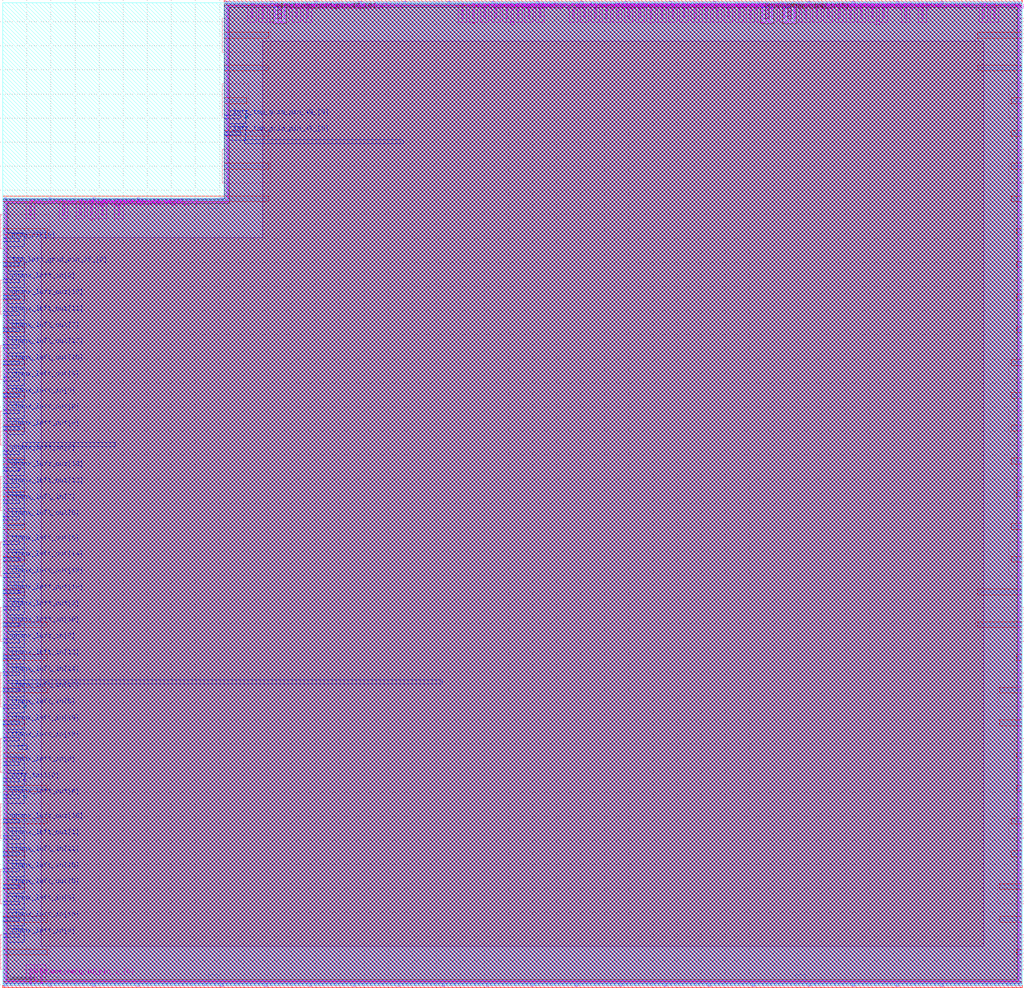
<source format=lef>
VERSION 5.7 ;
BUSBITCHARS "[]" ;

UNITS
  DATABASE MICRONS 1000 ;
END UNITS

MANUFACTURINGGRID 0.005 ;

LAYER nwell
  TYPE MASTERSLICE ;
END nwell

LAYER pwell
  TYPE MASTERSLICE ;
END pwell

LAYER fieldpoly
  TYPE MASTERSLICE ;
END fieldpoly

LAYER li1
  TYPE ROUTING ;
  DIRECTION VERTICAL ;
  PITCH 0.46 ;
  WIDTH 0.17 ;
END li1

LAYER mcon
  TYPE CUT ;
END mcon

LAYER met1
  TYPE ROUTING ;
  DIRECTION HORIZONTAL ;
  PITCH 0.34 ;
  WIDTH 0.14 ;
END met1

LAYER via
  TYPE CUT ;
END via

LAYER met2
  TYPE ROUTING ;
  DIRECTION VERTICAL ;
  PITCH 0.46 ;
  WIDTH 0.14 ;
END met2

LAYER via2
  TYPE CUT ;
END via2

LAYER met3
  TYPE ROUTING ;
  DIRECTION HORIZONTAL ;
  PITCH 0.68 ;
  WIDTH 0.3 ;
END met3

LAYER via3
  TYPE CUT ;
END via3

LAYER met4
  TYPE ROUTING ;
  DIRECTION VERTICAL ;
  PITCH 0.92 ;
  WIDTH 0.3 ;
END met4

LAYER via4
  TYPE CUT ;
END via4

LAYER met5
  TYPE ROUTING ;
  DIRECTION HORIZONTAL ;
  PITCH 3.4 ;
  WIDTH 1.6 ;
END met5

LAYER diff
  TYPE MASTERSLICE ;
END diff

LAYER licon1
  TYPE MASTERSLICE ;
END licon1

LAYER OVERLAP
  TYPE OVERLAP ;
END OVERLAP

VIA L1M1_PR
  LAYER li1 ;
    RECT -0.085 -0.085 0.085 0.085 ;
  LAYER mcon ;
    RECT -0.085 -0.085 0.085 0.085 ;
  LAYER met1 ;
    RECT -0.145 -0.115 0.145 0.115 ;
END L1M1_PR

VIA L1M1_PR_R
  LAYER li1 ;
    RECT -0.085 -0.085 0.085 0.085 ;
  LAYER mcon ;
    RECT -0.085 -0.085 0.085 0.085 ;
  LAYER met1 ;
    RECT -0.115 -0.145 0.115 0.145 ;
END L1M1_PR_R

VIA L1M1_PR_M
  LAYER li1 ;
    RECT -0.085 -0.085 0.085 0.085 ;
  LAYER mcon ;
    RECT -0.085 -0.085 0.085 0.085 ;
  LAYER met1 ;
    RECT -0.115 -0.145 0.115 0.145 ;
END L1M1_PR_M

VIA L1M1_PR_MR
  LAYER li1 ;
    RECT -0.085 -0.085 0.085 0.085 ;
  LAYER mcon ;
    RECT -0.085 -0.085 0.085 0.085 ;
  LAYER met1 ;
    RECT -0.145 -0.115 0.145 0.115 ;
END L1M1_PR_MR

VIA L1M1_PR_C
  LAYER li1 ;
    RECT -0.085 -0.085 0.085 0.085 ;
  LAYER mcon ;
    RECT -0.085 -0.085 0.085 0.085 ;
  LAYER met1 ;
    RECT -0.145 -0.145 0.145 0.145 ;
END L1M1_PR_C

VIA M1M2_PR
  LAYER met1 ;
    RECT -0.16 -0.13 0.16 0.13 ;
  LAYER via ;
    RECT -0.075 -0.075 0.075 0.075 ;
  LAYER met2 ;
    RECT -0.13 -0.16 0.13 0.16 ;
END M1M2_PR

VIA M1M2_PR_Enc
  LAYER met1 ;
    RECT -0.16 -0.13 0.16 0.13 ;
  LAYER via ;
    RECT -0.075 -0.075 0.075 0.075 ;
  LAYER met2 ;
    RECT -0.16 -0.13 0.16 0.13 ;
END M1M2_PR_Enc

VIA M1M2_PR_R
  LAYER met1 ;
    RECT -0.13 -0.16 0.13 0.16 ;
  LAYER via ;
    RECT -0.075 -0.075 0.075 0.075 ;
  LAYER met2 ;
    RECT -0.16 -0.13 0.16 0.13 ;
END M1M2_PR_R

VIA M1M2_PR_R_Enc
  LAYER met1 ;
    RECT -0.13 -0.16 0.13 0.16 ;
  LAYER via ;
    RECT -0.075 -0.075 0.075 0.075 ;
  LAYER met2 ;
    RECT -0.13 -0.16 0.13 0.16 ;
END M1M2_PR_R_Enc

VIA M1M2_PR_M
  LAYER met1 ;
    RECT -0.16 -0.13 0.16 0.13 ;
  LAYER via ;
    RECT -0.075 -0.075 0.075 0.075 ;
  LAYER met2 ;
    RECT -0.16 -0.13 0.16 0.13 ;
END M1M2_PR_M

VIA M1M2_PR_M_Enc
  LAYER met1 ;
    RECT -0.16 -0.13 0.16 0.13 ;
  LAYER via ;
    RECT -0.075 -0.075 0.075 0.075 ;
  LAYER met2 ;
    RECT -0.13 -0.16 0.13 0.16 ;
END M1M2_PR_M_Enc

VIA M1M2_PR_MR
  LAYER met1 ;
    RECT -0.13 -0.16 0.13 0.16 ;
  LAYER via ;
    RECT -0.075 -0.075 0.075 0.075 ;
  LAYER met2 ;
    RECT -0.13 -0.16 0.13 0.16 ;
END M1M2_PR_MR

VIA M1M2_PR_MR_Enc
  LAYER met1 ;
    RECT -0.13 -0.16 0.13 0.16 ;
  LAYER via ;
    RECT -0.075 -0.075 0.075 0.075 ;
  LAYER met2 ;
    RECT -0.16 -0.13 0.16 0.13 ;
END M1M2_PR_MR_Enc

VIA M1M2_PR_C
  LAYER met1 ;
    RECT -0.16 -0.16 0.16 0.16 ;
  LAYER via ;
    RECT -0.075 -0.075 0.075 0.075 ;
  LAYER met2 ;
    RECT -0.16 -0.16 0.16 0.16 ;
END M1M2_PR_C

VIA M2M3_PR
  LAYER met2 ;
    RECT -0.14 -0.185 0.14 0.185 ;
  LAYER via2 ;
    RECT -0.1 -0.1 0.1 0.1 ;
  LAYER met3 ;
    RECT -0.165 -0.165 0.165 0.165 ;
END M2M3_PR

VIA M2M3_PR_R
  LAYER met2 ;
    RECT -0.185 -0.14 0.185 0.14 ;
  LAYER via2 ;
    RECT -0.1 -0.1 0.1 0.1 ;
  LAYER met3 ;
    RECT -0.165 -0.165 0.165 0.165 ;
END M2M3_PR_R

VIA M2M3_PR_M
  LAYER met2 ;
    RECT -0.14 -0.185 0.14 0.185 ;
  LAYER via2 ;
    RECT -0.1 -0.1 0.1 0.1 ;
  LAYER met3 ;
    RECT -0.165 -0.165 0.165 0.165 ;
END M2M3_PR_M

VIA M2M3_PR_MR
  LAYER met2 ;
    RECT -0.185 -0.14 0.185 0.14 ;
  LAYER via2 ;
    RECT -0.1 -0.1 0.1 0.1 ;
  LAYER met3 ;
    RECT -0.165 -0.165 0.165 0.165 ;
END M2M3_PR_MR

VIA M2M3_PR_C
  LAYER met2 ;
    RECT -0.185 -0.185 0.185 0.185 ;
  LAYER via2 ;
    RECT -0.1 -0.1 0.1 0.1 ;
  LAYER met3 ;
    RECT -0.165 -0.165 0.165 0.165 ;
END M2M3_PR_C

VIA M3M4_PR
  LAYER met3 ;
    RECT -0.19 -0.16 0.19 0.16 ;
  LAYER via3 ;
    RECT -0.1 -0.1 0.1 0.1 ;
  LAYER met4 ;
    RECT -0.165 -0.165 0.165 0.165 ;
END M3M4_PR

VIA M3M4_PR_R
  LAYER met3 ;
    RECT -0.16 -0.19 0.16 0.19 ;
  LAYER via3 ;
    RECT -0.1 -0.1 0.1 0.1 ;
  LAYER met4 ;
    RECT -0.165 -0.165 0.165 0.165 ;
END M3M4_PR_R

VIA M3M4_PR_M
  LAYER met3 ;
    RECT -0.19 -0.16 0.19 0.16 ;
  LAYER via3 ;
    RECT -0.1 -0.1 0.1 0.1 ;
  LAYER met4 ;
    RECT -0.165 -0.165 0.165 0.165 ;
END M3M4_PR_M

VIA M3M4_PR_MR
  LAYER met3 ;
    RECT -0.16 -0.19 0.16 0.19 ;
  LAYER via3 ;
    RECT -0.1 -0.1 0.1 0.1 ;
  LAYER met4 ;
    RECT -0.165 -0.165 0.165 0.165 ;
END M3M4_PR_MR

VIA M3M4_PR_C
  LAYER met3 ;
    RECT -0.19 -0.19 0.19 0.19 ;
  LAYER via3 ;
    RECT -0.1 -0.1 0.1 0.1 ;
  LAYER met4 ;
    RECT -0.165 -0.165 0.165 0.165 ;
END M3M4_PR_C

VIA M4M5_PR
  LAYER met4 ;
    RECT -0.59 -0.59 0.59 0.59 ;
  LAYER via4 ;
    RECT -0.4 -0.4 0.4 0.4 ;
  LAYER met5 ;
    RECT -0.71 -0.71 0.71 0.71 ;
END M4M5_PR

VIA M4M5_PR_R
  LAYER met4 ;
    RECT -0.59 -0.59 0.59 0.59 ;
  LAYER via4 ;
    RECT -0.4 -0.4 0.4 0.4 ;
  LAYER met5 ;
    RECT -0.71 -0.71 0.71 0.71 ;
END M4M5_PR_R

VIA M4M5_PR_M
  LAYER met4 ;
    RECT -0.59 -0.59 0.59 0.59 ;
  LAYER via4 ;
    RECT -0.4 -0.4 0.4 0.4 ;
  LAYER met5 ;
    RECT -0.71 -0.71 0.71 0.71 ;
END M4M5_PR_M

VIA M4M5_PR_MR
  LAYER met4 ;
    RECT -0.59 -0.59 0.59 0.59 ;
  LAYER via4 ;
    RECT -0.4 -0.4 0.4 0.4 ;
  LAYER met5 ;
    RECT -0.71 -0.71 0.71 0.71 ;
END M4M5_PR_MR

VIA M4M5_PR_C
  LAYER met4 ;
    RECT -0.59 -0.59 0.59 0.59 ;
  LAYER via4 ;
    RECT -0.4 -0.4 0.4 0.4 ;
  LAYER met5 ;
    RECT -0.71 -0.71 0.71 0.71 ;
END M4M5_PR_C

SITE unit
  CLASS CORE ;
  SYMMETRY Y ;
  SIZE 0.46 BY 2.72 ;
END unit

SITE unithddbl
  CLASS CORE ;
  SIZE 0.46 BY 5.44 ;
END unithddbl

MACRO sb_2__0_
  CLASS BLOCK ;
  ORIGIN 0 0 ;
  SIZE 84.64 BY 81.6 ;
  SYMMETRY X Y ;
  PIN prog_clk[0]
    DIRECTION INPUT ;
    USE CLOCK ;
    PORT
      LAYER met3 ;
        RECT 0 61.73 1.38 62.03 ;
    END
  END prog_clk[0]
  PIN chany_top_in[0]
    DIRECTION INPUT ;
    USE SIGNAL ;
    PORT
      LAYER met2 ;
        RECT 51.91 80.24 52.05 81.6 ;
    END
  END chany_top_in[0]
  PIN chany_top_in[1]
    DIRECTION INPUT ;
    USE SIGNAL ;
    PORT
      LAYER met2 ;
        RECT 42.71 80.24 42.85 81.6 ;
    END
  END chany_top_in[1]
  PIN chany_top_in[2]
    DIRECTION INPUT ;
    USE SIGNAL ;
    PORT
      LAYER met2 ;
        RECT 60.19 80.24 60.33 81.6 ;
    END
  END chany_top_in[2]
  PIN chany_top_in[3]
    DIRECTION INPUT ;
    USE SIGNAL ;
    PORT
      LAYER met2 ;
        RECT 47.31 80.24 47.45 81.6 ;
    END
  END chany_top_in[3]
  PIN chany_top_in[4]
    DIRECTION INPUT ;
    USE SIGNAL ;
    PORT
      LAYER met4 ;
        RECT 63.33 80.24 63.63 81.6 ;
    END
  END chany_top_in[4]
  PIN chany_top_in[5]
    DIRECTION INPUT ;
    USE SIGNAL ;
    PORT
      LAYER met4 ;
        RECT 65.17 80.24 65.47 81.6 ;
    END
  END chany_top_in[5]
  PIN chany_top_in[6]
    DIRECTION INPUT ;
    USE SIGNAL ;
    PORT
      LAYER met2 ;
        RECT 63.87 80.24 64.01 81.6 ;
    END
  END chany_top_in[6]
  PIN chany_top_in[7]
    DIRECTION INPUT ;
    USE SIGNAL ;
    PORT
      LAYER met2 ;
        RECT 72.15 80.24 72.29 81.6 ;
    END
  END chany_top_in[7]
  PIN chany_top_in[8]
    DIRECTION INPUT ;
    USE SIGNAL ;
    PORT
      LAYER met2 ;
        RECT 50.99 80.24 51.13 81.6 ;
    END
  END chany_top_in[8]
  PIN chany_top_in[9]
    DIRECTION INPUT ;
    USE SIGNAL ;
    PORT
      LAYER met2 ;
        RECT 50.07 80.24 50.21 81.6 ;
    END
  END chany_top_in[9]
  PIN chany_top_in[10]
    DIRECTION INPUT ;
    USE SIGNAL ;
    PORT
      LAYER met2 ;
        RECT 64.79 80.24 64.93 81.6 ;
    END
  END chany_top_in[10]
  PIN chany_top_in[11]
    DIRECTION INPUT ;
    USE SIGNAL ;
    PORT
      LAYER met2 ;
        RECT 67.55 80.24 67.69 81.6 ;
    END
  END chany_top_in[11]
  PIN chany_top_in[12]
    DIRECTION INPUT ;
    USE SIGNAL ;
    PORT
      LAYER met2 ;
        RECT 70.31 80.24 70.45 81.6 ;
    END
  END chany_top_in[12]
  PIN chany_top_in[13]
    DIRECTION INPUT ;
    USE SIGNAL ;
    PORT
      LAYER met2 ;
        RECT 61.11 80.24 61.25 81.6 ;
    END
  END chany_top_in[13]
  PIN chany_top_in[14]
    DIRECTION INPUT ;
    USE SIGNAL ;
    PORT
      LAYER met2 ;
        RECT 68.47 80.24 68.61 81.6 ;
    END
  END chany_top_in[14]
  PIN chany_top_in[15]
    DIRECTION INPUT ;
    USE SIGNAL ;
    PORT
      LAYER met2 ;
        RECT 73.07 80.24 73.21 81.6 ;
    END
  END chany_top_in[15]
  PIN chany_top_in[16]
    DIRECTION INPUT ;
    USE SIGNAL ;
    PORT
      LAYER met2 ;
        RECT 58.35 80.24 58.49 81.6 ;
    END
  END chany_top_in[16]
  PIN chany_top_in[17]
    DIRECTION INPUT ;
    USE SIGNAL ;
    PORT
      LAYER met2 ;
        RECT 65.71 80.24 65.85 81.6 ;
    END
  END chany_top_in[17]
  PIN chany_top_in[18]
    DIRECTION INPUT ;
    USE SIGNAL ;
    PORT
      LAYER met2 ;
        RECT 57.43 80.24 57.57 81.6 ;
    END
  END chany_top_in[18]
  PIN chany_top_in[19]
    DIRECTION INPUT ;
    USE SIGNAL ;
    PORT
      LAYER met2 ;
        RECT 62.03 80.24 62.17 81.6 ;
    END
  END chany_top_in[19]
  PIN top_left_grid_pin_34_[0]
    DIRECTION INPUT ;
    USE SIGNAL ;
    PORT
      LAYER met2 ;
        RECT 7.29 63.92 7.43 65.28 ;
    END
  END top_left_grid_pin_34_[0]
  PIN top_left_grid_pin_35_[0]
    DIRECTION INPUT ;
    USE SIGNAL ;
    PORT
      LAYER met3 ;
        RECT 0 59.69 1.38 59.99 ;
    END
  END top_left_grid_pin_35_[0]
  PIN top_left_grid_pin_36_[0]
    DIRECTION INPUT ;
    USE SIGNAL ;
    PORT
      LAYER met2 ;
        RECT 2.23 63.92 2.37 65.28 ;
    END
  END top_left_grid_pin_36_[0]
  PIN top_left_grid_pin_37_[0]
    DIRECTION INPUT ;
    USE SIGNAL ;
    PORT
      LAYER met2 ;
        RECT 4.99 63.92 5.13 65.28 ;
    END
  END top_left_grid_pin_37_[0]
  PIN top_left_grid_pin_38_[0]
    DIRECTION INPUT ;
    USE SIGNAL ;
    PORT
      LAYER met2 ;
        RECT 8.21 63.92 8.35 65.28 ;
    END
  END top_left_grid_pin_38_[0]
  PIN top_left_grid_pin_39_[0]
    DIRECTION INPUT ;
    USE SIGNAL ;
    PORT
      LAYER met2 ;
        RECT 20.63 80.24 20.77 81.6 ;
    END
  END top_left_grid_pin_39_[0]
  PIN top_left_grid_pin_40_[0]
    DIRECTION INPUT ;
    USE SIGNAL ;
    PORT
      LAYER met2 ;
        RECT 24.31 80.24 24.45 81.6 ;
    END
  END top_left_grid_pin_40_[0]
  PIN top_left_grid_pin_41_[0]
    DIRECTION INPUT ;
    USE SIGNAL ;
    PORT
      LAYER met2 ;
        RECT 6.37 63.92 6.51 65.28 ;
    END
  END top_left_grid_pin_41_[0]
  PIN top_right_grid_pin_1_[0]
    DIRECTION INPUT ;
    USE SIGNAL ;
    PORT
      LAYER met2 ;
        RECT 81.35 80.24 81.49 81.6 ;
    END
  END top_right_grid_pin_1_[0]
  PIN chanx_left_in[0]
    DIRECTION INPUT ;
    USE SIGNAL ;
    PORT
      LAYER met3 ;
        RECT 0 48.81 1.38 49.11 ;
    END
  END chanx_left_in[0]
  PIN chanx_left_in[1]
    DIRECTION INPUT ;
    USE SIGNAL ;
    PORT
      LAYER met2 ;
        RECT 3.15 0 3.29 1.36 ;
    END
  END chanx_left_in[1]
  PIN chanx_left_in[2]
    DIRECTION INPUT ;
    USE SIGNAL ;
    PORT
      LAYER met3 ;
        RECT 0 58.33 1.38 58.63 ;
    END
  END chanx_left_in[2]
  PIN chanx_left_in[3]
    DIRECTION INPUT ;
    USE SIGNAL ;
    PORT
      LAYER met3 ;
        RECT 0 6.65 1.38 6.95 ;
    END
  END chanx_left_in[3]
  PIN chanx_left_in[4]
    DIRECTION INPUT ;
    USE SIGNAL ;
    PORT
      LAYER met3 ;
        RECT 0 3.93 1.38 4.23 ;
    END
  END chanx_left_in[4]
  PIN chanx_left_in[5]
    DIRECTION INPUT ;
    USE SIGNAL ;
    PORT
      LAYER met3 ;
        RECT 0 44.05 1.38 44.35 ;
    END
  END chanx_left_in[5]
  PIN chanx_left_in[6]
    DIRECTION INPUT ;
    USE SIGNAL ;
    PORT
      LAYER met3 ;
        RECT 0 18.21 1.38 18.51 ;
    END
  END chanx_left_in[6]
  PIN chanx_left_in[7]
    DIRECTION INPUT ;
    USE SIGNAL ;
    PORT
      LAYER met3 ;
        RECT 0 39.97 1.38 40.27 ;
    END
  END chanx_left_in[7]
  PIN chanx_left_in[8]
    DIRECTION INPUT ;
    USE SIGNAL ;
    PORT
      LAYER met3 ;
        RECT 0 22.97 1.38 23.27 ;
    END
  END chanx_left_in[8]
  PIN chanx_left_in[9]
    DIRECTION INPUT ;
    USE SIGNAL ;
    PORT
      LAYER met3 ;
        RECT 0 28.41 1.38 28.71 ;
    END
  END chanx_left_in[9]
  PIN chanx_left_in[10]
    DIRECTION INPUT ;
    USE SIGNAL ;
    PORT
      LAYER met2 ;
        RECT 9.59 63.92 9.73 65.28 ;
    END
  END chanx_left_in[10]
  PIN chanx_left_in[11]
    DIRECTION INPUT ;
    USE SIGNAL ;
    PORT
      LAYER met3 ;
        RECT 0 10.73 1.38 11.03 ;
    END
  END chanx_left_in[11]
  PIN chanx_left_in[12]
    DIRECTION INPUT ;
    USE SIGNAL ;
    PORT
      LAYER met3 ;
        RECT 0 27.05 1.38 27.35 ;
    END
  END chanx_left_in[12]
  PIN chanx_left_in[13]
    DIRECTION INPUT ;
    USE SIGNAL ;
    PORT
      LAYER met3 ;
        RECT 0 20.25 1.38 20.55 ;
    END
  END chanx_left_in[13]
  PIN chanx_left_in[14]
    DIRECTION INPUT ;
    USE SIGNAL ;
    PORT
      LAYER met3 ;
        RECT 0 25.69 1.38 25.99 ;
    END
  END chanx_left_in[14]
  PIN chanx_left_in[15]
    DIRECTION INPUT ;
    USE SIGNAL ;
    PORT
      LAYER met3 ;
        RECT 0 9.37 1.38 9.67 ;
    END
  END chanx_left_in[15]
  PIN chanx_left_in[16]
    DIRECTION INPUT ;
    USE SIGNAL ;
    PORT
      LAYER met3 ;
        RECT 0 5.29 1.38 5.59 ;
    END
  END chanx_left_in[16]
  PIN chanx_left_in[17]
    DIRECTION INPUT ;
    USE SIGNAL ;
    PORT
      LAYER met3 ;
        RECT 0 24.33 1.38 24.63 ;
    END
  END chanx_left_in[17]
  PIN chanx_left_in[18]
    DIRECTION INPUT ;
    USE SIGNAL ;
    PORT
      LAYER met3 ;
        RECT 0 29.77 1.38 30.07 ;
    END
  END chanx_left_in[18]
  PIN chanx_left_in[19]
    DIRECTION INPUT ;
    USE SIGNAL ;
    PORT
      LAYER met3 ;
        RECT 0 21.61 1.38 21.91 ;
    END
  END chanx_left_in[19]
  PIN left_top_grid_pin_42_[0]
    DIRECTION INPUT ;
    USE SIGNAL ;
    PORT
      LAYER met2 ;
        RECT 25.23 80.24 25.37 81.6 ;
    END
  END left_top_grid_pin_42_[0]
  PIN left_top_grid_pin_43_[0]
    DIRECTION INPUT ;
    USE SIGNAL ;
    PORT
      LAYER met2 ;
        RECT 44.55 80.24 44.69 81.6 ;
    END
  END left_top_grid_pin_43_[0]
  PIN left_top_grid_pin_44_[0]
    DIRECTION INPUT ;
    USE SIGNAL ;
    PORT
      LAYER met2 ;
        RECT 23.39 80.24 23.53 81.6 ;
    END
  END left_top_grid_pin_44_[0]
  PIN left_top_grid_pin_45_[0]
    DIRECTION INPUT ;
    USE SIGNAL ;
    PORT
      LAYER met4 ;
        RECT 22.85 80.24 23.15 81.6 ;
    END
  END left_top_grid_pin_45_[0]
  PIN left_top_grid_pin_46_[0]
    DIRECTION INPUT ;
    USE SIGNAL ;
    PORT
      LAYER met2 ;
        RECT 22.47 80.24 22.61 81.6 ;
    END
  END left_top_grid_pin_46_[0]
  PIN left_top_grid_pin_47_[0]
    DIRECTION INPUT ;
    USE SIGNAL ;
    PORT
      LAYER met3 ;
        RECT 18.4 70.57 19.78 70.87 ;
    END
  END left_top_grid_pin_47_[0]
  PIN left_top_grid_pin_48_[0]
    DIRECTION INPUT ;
    USE SIGNAL ;
    PORT
      LAYER met2 ;
        RECT 21.55 80.24 21.69 81.6 ;
    END
  END left_top_grid_pin_48_[0]
  PIN left_top_grid_pin_49_[0]
    DIRECTION INPUT ;
    USE SIGNAL ;
    PORT
      LAYER met3 ;
        RECT 18.4 71.93 19.78 72.23 ;
    END
  END left_top_grid_pin_49_[0]
  PIN left_bottom_grid_pin_1_[0]
    DIRECTION INPUT ;
    USE SIGNAL ;
    PORT
      LAYER met2 ;
        RECT 2.23 0 2.37 1.36 ;
    END
  END left_bottom_grid_pin_1_[0]
  PIN ccff_head[0]
    DIRECTION INPUT ;
    USE SIGNAL ;
    PORT
      LAYER met2 ;
        RECT 82.27 80.24 82.41 81.6 ;
    END
  END ccff_head[0]
  PIN chany_top_out[0]
    DIRECTION OUTPUT ;
    USE SIGNAL ;
    PORT
      LAYER met2 ;
        RECT 39.95 80.24 40.09 81.6 ;
    END
  END chany_top_out[0]
  PIN chany_top_out[1]
    DIRECTION OUTPUT ;
    USE SIGNAL ;
    PORT
      LAYER met2 ;
        RECT 39.03 80.24 39.17 81.6 ;
    END
  END chany_top_out[1]
  PIN chany_top_out[2]
    DIRECTION OUTPUT ;
    USE SIGNAL ;
    PORT
      LAYER met2 ;
        RECT 41.79 80.24 41.93 81.6 ;
    END
  END chany_top_out[2]
  PIN chany_top_out[3]
    DIRECTION OUTPUT ;
    USE SIGNAL ;
    PORT
      LAYER met2 ;
        RECT 49.15 80.24 49.29 81.6 ;
    END
  END chany_top_out[3]
  PIN chany_top_out[4]
    DIRECTION OUTPUT ;
    USE SIGNAL ;
    PORT
      LAYER met2 ;
        RECT 62.95 80.24 63.09 81.6 ;
    END
  END chany_top_out[4]
  PIN chany_top_out[5]
    DIRECTION OUTPUT ;
    USE SIGNAL ;
    PORT
      LAYER met2 ;
        RECT 69.39 80.24 69.53 81.6 ;
    END
  END chany_top_out[5]
  PIN chany_top_out[6]
    DIRECTION OUTPUT ;
    USE SIGNAL ;
    PORT
      LAYER met2 ;
        RECT 71.23 80.24 71.37 81.6 ;
    END
  END chany_top_out[6]
  PIN chany_top_out[7]
    DIRECTION OUTPUT ;
    USE SIGNAL ;
    PORT
      LAYER met2 ;
        RECT 48.23 80.24 48.37 81.6 ;
    END
  END chany_top_out[7]
  PIN chany_top_out[8]
    DIRECTION OUTPUT ;
    USE SIGNAL ;
    PORT
      LAYER met2 ;
        RECT 40.87 80.24 41.01 81.6 ;
    END
  END chany_top_out[8]
  PIN chany_top_out[9]
    DIRECTION OUTPUT ;
    USE SIGNAL ;
    PORT
      LAYER met2 ;
        RECT 56.51 80.24 56.65 81.6 ;
    END
  END chany_top_out[9]
  PIN chany_top_out[10]
    DIRECTION OUTPUT ;
    USE SIGNAL ;
    PORT
      LAYER met2 ;
        RECT 52.83 80.24 52.97 81.6 ;
    END
  END chany_top_out[10]
  PIN chany_top_out[11]
    DIRECTION OUTPUT ;
    USE SIGNAL ;
    PORT
      LAYER met2 ;
        RECT 54.67 80.24 54.81 81.6 ;
    END
  END chany_top_out[11]
  PIN chany_top_out[12]
    DIRECTION OUTPUT ;
    USE SIGNAL ;
    PORT
      LAYER met2 ;
        RECT 59.27 80.24 59.41 81.6 ;
    END
  END chany_top_out[12]
  PIN chany_top_out[13]
    DIRECTION OUTPUT ;
    USE SIGNAL ;
    PORT
      LAYER met2 ;
        RECT 74.91 80.24 75.05 81.6 ;
    END
  END chany_top_out[13]
  PIN chany_top_out[14]
    DIRECTION OUTPUT ;
    USE SIGNAL ;
    PORT
      LAYER met2 ;
        RECT 55.59 80.24 55.73 81.6 ;
    END
  END chany_top_out[14]
  PIN chany_top_out[15]
    DIRECTION OUTPUT ;
    USE SIGNAL ;
    PORT
      LAYER met2 ;
        RECT 38.11 80.24 38.25 81.6 ;
    END
  END chany_top_out[15]
  PIN chany_top_out[16]
    DIRECTION OUTPUT ;
    USE SIGNAL ;
    PORT
      LAYER met2 ;
        RECT 66.63 80.24 66.77 81.6 ;
    END
  END chany_top_out[16]
  PIN chany_top_out[17]
    DIRECTION OUTPUT ;
    USE SIGNAL ;
    PORT
      LAYER met2 ;
        RECT 76.29 80.24 76.43 81.6 ;
    END
  END chany_top_out[17]
  PIN chany_top_out[18]
    DIRECTION OUTPUT ;
    USE SIGNAL ;
    PORT
      LAYER met2 ;
        RECT 53.75 80.24 53.89 81.6 ;
    END
  END chany_top_out[18]
  PIN chany_top_out[19]
    DIRECTION OUTPUT ;
    USE SIGNAL ;
    PORT
      LAYER met2 ;
        RECT 43.63 80.24 43.77 81.6 ;
    END
  END chany_top_out[19]
  PIN chanx_left_out[0]
    DIRECTION OUTPUT ;
    USE SIGNAL ;
    PORT
      LAYER met3 ;
        RECT 0 46.09 1.38 46.39 ;
    END
  END chanx_left_out[0]
  PIN chanx_left_out[1]
    DIRECTION OUTPUT ;
    USE SIGNAL ;
    PORT
      LAYER met3 ;
        RECT 0 12.09 1.38 12.39 ;
    END
  END chanx_left_out[1]
  PIN chanx_left_out[2]
    DIRECTION OUTPUT ;
    USE SIGNAL ;
    PORT
      LAYER met3 ;
        RECT 0 47.45 1.38 47.75 ;
    END
  END chanx_left_out[2]
  PIN chanx_left_out[3]
    DIRECTION OUTPUT ;
    USE SIGNAL ;
    PORT
      LAYER met3 ;
        RECT 0 50.17 1.38 50.47 ;
    END
  END chanx_left_out[3]
  PIN chanx_left_out[4]
    DIRECTION OUTPUT ;
    USE SIGNAL ;
    PORT
      LAYER met3 ;
        RECT 0 15.49 1.38 15.79 ;
    END
  END chanx_left_out[4]
  PIN chanx_left_out[5]
    DIRECTION OUTPUT ;
    USE SIGNAL ;
    PORT
      LAYER met3 ;
        RECT 0 8.01 1.38 8.31 ;
    END
  END chanx_left_out[5]
  PIN chanx_left_out[6]
    DIRECTION OUTPUT ;
    USE SIGNAL ;
    PORT
      LAYER met3 ;
        RECT 0 36.57 1.38 36.87 ;
    END
  END chanx_left_out[6]
  PIN chanx_left_out[7]
    DIRECTION OUTPUT ;
    USE SIGNAL ;
    PORT
      LAYER met3 ;
        RECT 0 54.25 1.38 54.55 ;
    END
  END chanx_left_out[7]
  PIN chanx_left_out[8]
    DIRECTION OUTPUT ;
    USE SIGNAL ;
    PORT
      LAYER met3 ;
        RECT 0 38.61 1.38 38.91 ;
    END
  END chanx_left_out[8]
  PIN chanx_left_out[9]
    DIRECTION OUTPUT ;
    USE SIGNAL ;
    PORT
      LAYER met3 ;
        RECT 0 31.13 1.38 31.43 ;
    END
  END chanx_left_out[9]
  PIN chanx_left_out[10]
    DIRECTION OUTPUT ;
    USE SIGNAL ;
    PORT
      LAYER met3 ;
        RECT 0 32.49 1.38 32.79 ;
    END
  END chanx_left_out[10]
  PIN chanx_left_out[11]
    DIRECTION OUTPUT ;
    USE SIGNAL ;
    PORT
      LAYER met3 ;
        RECT 0 55.61 1.38 55.91 ;
    END
  END chanx_left_out[11]
  PIN chanx_left_out[12]
    DIRECTION OUTPUT ;
    USE SIGNAL ;
    PORT
      LAYER met3 ;
        RECT 0 41.33 1.38 41.63 ;
    END
  END chanx_left_out[12]
  PIN chanx_left_out[13]
    DIRECTION OUTPUT ;
    USE SIGNAL ;
    PORT
      LAYER met3 ;
        RECT 0 33.85 1.38 34.15 ;
    END
  END chanx_left_out[13]
  PIN chanx_left_out[14]
    DIRECTION OUTPUT ;
    USE SIGNAL ;
    PORT
      LAYER met3 ;
        RECT 0 35.21 1.38 35.51 ;
    END
  END chanx_left_out[14]
  PIN chanx_left_out[15]
    DIRECTION OUTPUT ;
    USE SIGNAL ;
    PORT
      LAYER met3 ;
        RECT 0 51.53 1.38 51.83 ;
    END
  END chanx_left_out[15]
  PIN chanx_left_out[16]
    DIRECTION OUTPUT ;
    USE SIGNAL ;
    PORT
      LAYER met3 ;
        RECT 0 13.45 1.38 13.75 ;
    END
  END chanx_left_out[16]
  PIN chanx_left_out[17]
    DIRECTION OUTPUT ;
    USE SIGNAL ;
    PORT
      LAYER met3 ;
        RECT 0 52.89 1.38 53.19 ;
    END
  END chanx_left_out[17]
  PIN chanx_left_out[18]
    DIRECTION OUTPUT ;
    USE SIGNAL ;
    PORT
      LAYER met3 ;
        RECT 0 42.69 1.38 42.99 ;
    END
  END chanx_left_out[18]
  PIN chanx_left_out[19]
    DIRECTION OUTPUT ;
    USE SIGNAL ;
    PORT
      LAYER met3 ;
        RECT 0 56.97 1.38 57.27 ;
    END
  END chanx_left_out[19]
  PIN ccff_tail[0]
    DIRECTION OUTPUT ;
    USE SIGNAL ;
    PORT
      LAYER met3 ;
        RECT 0 16.85 1.38 17.15 ;
    END
  END ccff_tail[0]
  PIN VDD
    DIRECTION INPUT ;
    USE POWER ;
  END VDD
  PIN VSS
    DIRECTION INPUT ;
    USE GROUND ;
  END VSS
  OBS
    LAYER li1 ;
      RECT 18.4 81.515 84.64 81.685 ;
      RECT 80.96 78.795 84.64 78.965 ;
      RECT 18.4 78.795 22.08 78.965 ;
      RECT 80.96 76.075 84.64 76.245 ;
      RECT 18.4 76.075 22.08 76.245 ;
      RECT 83.72 73.355 84.64 73.525 ;
      RECT 18.4 73.355 20.24 73.525 ;
      RECT 83.72 70.635 84.64 70.805 ;
      RECT 18.4 70.635 22.08 70.805 ;
      RECT 83.72 67.915 84.64 68.085 ;
      RECT 18.4 67.915 22.08 68.085 ;
      RECT 83.72 65.195 84.64 65.365 ;
      RECT 0 65.195 22.08 65.365 ;
      RECT 84.18 62.475 84.64 62.645 ;
      RECT 0 62.475 3.68 62.645 ;
      RECT 84.18 59.755 84.64 59.925 ;
      RECT 0 59.755 1.84 59.925 ;
      RECT 84.18 57.035 84.64 57.205 ;
      RECT 0 57.035 1.84 57.205 ;
      RECT 84.18 54.315 84.64 54.485 ;
      RECT 0 54.315 1.84 54.485 ;
      RECT 83.72 51.595 84.64 51.765 ;
      RECT 0 51.595 1.84 51.765 ;
      RECT 83.72 48.875 84.64 49.045 ;
      RECT 0 48.875 1.84 49.045 ;
      RECT 83.72 46.155 84.64 46.325 ;
      RECT 0 46.155 1.84 46.325 ;
      RECT 83.72 43.435 84.64 43.605 ;
      RECT 0 43.435 1.84 43.605 ;
      RECT 84.18 40.715 84.64 40.885 ;
      RECT 0 40.715 1.84 40.885 ;
      RECT 83.72 37.995 84.64 38.165 ;
      RECT 0 37.995 1.84 38.165 ;
      RECT 83.72 35.275 84.64 35.445 ;
      RECT 0 35.275 1.84 35.445 ;
      RECT 80.96 32.555 84.64 32.725 ;
      RECT 0 32.555 1.84 32.725 ;
      RECT 80.96 29.835 84.64 30.005 ;
      RECT 0 29.835 3.68 30.005 ;
      RECT 84.18 27.115 84.64 27.285 ;
      RECT 0 27.115 3.68 27.285 ;
      RECT 82.8 24.395 84.64 24.565 ;
      RECT 0 24.395 3.68 24.565 ;
      RECT 82.8 21.675 84.64 21.845 ;
      RECT 0 21.675 1.84 21.845 ;
      RECT 84.18 18.955 84.64 19.125 ;
      RECT 0 18.955 1.84 19.125 ;
      RECT 84.18 16.235 84.64 16.405 ;
      RECT 0 16.235 3.68 16.405 ;
      RECT 83.72 13.515 84.64 13.685 ;
      RECT 0 13.515 3.68 13.685 ;
      RECT 83.72 10.795 84.64 10.965 ;
      RECT 0 10.795 1.84 10.965 ;
      RECT 82.8 8.075 84.64 8.245 ;
      RECT 0 8.075 1.84 8.245 ;
      RECT 82.8 5.355 84.64 5.525 ;
      RECT 0 5.355 3.68 5.525 ;
      RECT 84.18 2.635 84.64 2.805 ;
      RECT 0 2.635 3.68 2.805 ;
      RECT 0 -0.085 84.64 0.085 ;
    LAYER met3 ;
      POLYGON 20.405 70.205 20.405 70.19 33.27 70.19 33.27 69.89 20.405 69.89 20.405 69.875 20.075 69.875 20.075 70.205 ;
      POLYGON 2.03 45.04 2.03 45.03 9.35 45.03 9.35 44.73 2.03 44.73 2.03 44.72 1.65 44.72 1.65 45.04 ;
      POLYGON 36.49 25.31 36.49 25.01 1.23 25.01 1.23 25.29 1.78 25.29 1.78 25.31 ;
      POLYGON 2.005 19.885 2.005 19.88 2.03 19.88 2.03 19.56 2.005 19.56 2.005 19.555 1.275 19.555 1.275 19.885 ;
      POLYGON 84.24 81.2 84.24 0.4 0.4 0.4 0.4 3.53 1.78 3.53 1.78 4.63 0.4 4.63 0.4 4.89 1.78 4.89 1.78 5.99 0.4 5.99 0.4 6.25 1.78 6.25 1.78 7.35 0.4 7.35 0.4 7.61 1.78 7.61 1.78 8.71 0.4 8.71 0.4 8.97 1.78 8.97 1.78 10.07 0.4 10.07 0.4 10.33 1.78 10.33 1.78 11.43 0.4 11.43 0.4 11.69 1.78 11.69 1.78 12.79 0.4 12.79 0.4 13.05 1.78 13.05 1.78 14.15 0.4 14.15 0.4 15.09 1.78 15.09 1.78 16.19 0.4 16.19 0.4 16.45 1.78 16.45 1.78 17.55 0.4 17.55 0.4 17.81 1.78 17.81 1.78 18.91 0.4 18.91 0.4 19.85 1.78 19.85 1.78 20.95 0.4 20.95 0.4 21.21 1.78 21.21 1.78 22.31 0.4 22.31 0.4 22.57 1.78 22.57 1.78 23.67 0.4 23.67 0.4 23.93 1.78 23.93 1.78 25.03 0.4 25.03 0.4 25.29 1.78 25.29 1.78 26.39 0.4 26.39 0.4 26.65 1.78 26.65 1.78 27.75 0.4 27.75 0.4 28.01 1.78 28.01 1.78 29.11 0.4 29.11 0.4 29.37 1.78 29.37 1.78 30.47 0.4 30.47 0.4 30.73 1.78 30.73 1.78 31.83 0.4 31.83 0.4 32.09 1.78 32.09 1.78 33.19 0.4 33.19 0.4 33.45 1.78 33.45 1.78 34.55 0.4 34.55 0.4 34.81 1.78 34.81 1.78 35.91 0.4 35.91 0.4 36.17 1.78 36.17 1.78 37.27 0.4 37.27 0.4 38.21 1.78 38.21 1.78 39.31 0.4 39.31 0.4 39.57 1.78 39.57 1.78 40.67 0.4 40.67 0.4 40.93 1.78 40.93 1.78 42.03 0.4 42.03 0.4 42.29 1.78 42.29 1.78 43.39 0.4 43.39 0.4 43.65 1.78 43.65 1.78 44.75 0.4 44.75 0.4 45.69 1.78 45.69 1.78 46.79 0.4 46.79 0.4 47.05 1.78 47.05 1.78 48.15 0.4 48.15 0.4 48.41 1.78 48.41 1.78 49.51 0.4 49.51 0.4 49.77 1.78 49.77 1.78 50.87 0.4 50.87 0.4 51.13 1.78 51.13 1.78 52.23 0.4 52.23 0.4 52.49 1.78 52.49 1.78 53.59 0.4 53.59 0.4 53.85 1.78 53.85 1.78 54.95 0.4 54.95 0.4 55.21 1.78 55.21 1.78 56.31 0.4 56.31 0.4 56.57 1.78 56.57 1.78 57.67 0.4 57.67 0.4 57.93 1.78 57.93 1.78 59.03 0.4 59.03 0.4 59.29 1.78 59.29 1.78 60.39 0.4 60.39 0.4 61.33 1.78 61.33 1.78 62.43 0.4 62.43 0.4 64.88 18.8 64.88 18.8 70.17 20.18 70.17 20.18 71.27 18.8 71.27 18.8 71.53 20.18 71.53 20.18 72.63 18.8 72.63 18.8 81.2 ;
    LAYER met2 ;
      RECT 72.55 79.74 72.81 80.06 ;
      RECT 42.19 79.74 42.45 80.06 ;
      POLYGON 84.36 81.32 84.36 0.28 3.57 0.28 3.57 1.64 2.87 1.64 2.87 0.28 2.65 0.28 2.65 1.64 1.95 1.64 1.95 0.28 0.28 0.28 0.28 65 1.95 65 1.95 63.64 2.65 63.64 2.65 65 4.71 65 4.71 63.64 5.41 63.64 5.41 65 6.09 65 6.09 63.64 6.79 63.64 6.79 65 7.01 65 7.01 63.64 7.71 63.64 7.71 65 7.93 65 7.93 63.64 8.63 63.64 8.63 65 9.31 65 9.31 63.64 10.01 63.64 10.01 65 18.68 65 18.68 81.32 20.35 81.32 20.35 79.96 21.05 79.96 21.05 81.32 21.27 81.32 21.27 79.96 21.97 79.96 21.97 81.32 22.19 81.32 22.19 79.96 22.89 79.96 22.89 81.32 23.11 81.32 23.11 79.96 23.81 79.96 23.81 81.32 24.03 81.32 24.03 79.96 24.73 79.96 24.73 81.32 24.95 81.32 24.95 79.96 25.65 79.96 25.65 81.32 37.83 81.32 37.83 79.96 38.53 79.96 38.53 81.32 38.75 81.32 38.75 79.96 39.45 79.96 39.45 81.32 39.67 81.32 39.67 79.96 40.37 79.96 40.37 81.32 40.59 81.32 40.59 79.96 41.29 79.96 41.29 81.32 41.51 81.32 41.51 79.96 42.21 79.96 42.21 81.32 42.43 81.32 42.43 79.96 43.13 79.96 43.13 81.32 43.35 81.32 43.35 79.96 44.05 79.96 44.05 81.32 44.27 81.32 44.27 79.96 44.97 79.96 44.97 81.32 47.03 81.32 47.03 79.96 47.73 79.96 47.73 81.32 47.95 81.32 47.95 79.96 48.65 79.96 48.65 81.32 48.87 81.32 48.87 79.96 49.57 79.96 49.57 81.32 49.79 81.32 49.79 79.96 50.49 79.96 50.49 81.32 50.71 81.32 50.71 79.96 51.41 79.96 51.41 81.32 51.63 81.32 51.63 79.96 52.33 79.96 52.33 81.32 52.55 81.32 52.55 79.96 53.25 79.96 53.25 81.32 53.47 81.32 53.47 79.96 54.17 79.96 54.17 81.32 54.39 81.32 54.39 79.96 55.09 79.96 55.09 81.32 55.31 81.32 55.31 79.96 56.01 79.96 56.01 81.32 56.23 81.32 56.23 79.96 56.93 79.96 56.93 81.32 57.15 81.32 57.15 79.96 57.85 79.96 57.85 81.32 58.07 81.32 58.07 79.96 58.77 79.96 58.77 81.32 58.99 81.32 58.99 79.96 59.69 79.96 59.69 81.32 59.91 81.32 59.91 79.96 60.61 79.96 60.61 81.32 60.83 81.32 60.83 79.96 61.53 79.96 61.53 81.32 61.75 81.32 61.75 79.96 62.45 79.96 62.45 81.32 62.67 81.32 62.67 79.96 63.37 79.96 63.37 81.32 63.59 81.32 63.59 79.96 64.29 79.96 64.29 81.32 64.51 81.32 64.51 79.96 65.21 79.96 65.21 81.32 65.43 81.32 65.43 79.96 66.13 79.96 66.13 81.32 66.35 81.32 66.35 79.96 67.05 79.96 67.05 81.32 67.27 81.32 67.27 79.96 67.97 79.96 67.97 81.32 68.19 81.32 68.19 79.96 68.89 79.96 68.89 81.32 69.11 81.32 69.11 79.96 69.81 79.96 69.81 81.32 70.03 81.32 70.03 79.96 70.73 79.96 70.73 81.32 70.95 81.32 70.95 79.96 71.65 79.96 71.65 81.32 71.87 81.32 71.87 79.96 72.57 79.96 72.57 81.32 72.79 81.32 72.79 79.96 73.49 79.96 73.49 81.32 74.63 81.32 74.63 79.96 75.33 79.96 75.33 81.32 76.01 81.32 76.01 79.96 76.71 79.96 76.71 81.32 81.07 81.32 81.07 79.96 81.77 79.96 81.77 81.32 81.99 81.32 81.99 79.96 82.69 79.96 82.69 81.32 ;
    LAYER met4 ;
      POLYGON 84.24 81.2 84.24 0.4 0.4 0.4 0.4 64.88 18.8 64.88 18.8 81.2 22.45 81.2 22.45 79.84 23.55 79.84 23.55 81.2 62.93 81.2 62.93 79.84 64.03 79.84 64.03 81.2 64.77 81.2 64.77 79.84 65.87 79.84 65.87 81.2 ;
    LAYER li1 ;
      RECT 65.865 80.79 66.615 81.335 ;
      RECT 17.105 64.47 17.855 65.015 ;
      RECT 65.865 0.265 66.615 0.81 ;
      RECT 17.105 0.265 17.855 0.81 ;
      POLYGON 84.3 81.26 84.3 0.34 0.34 0.34 0.34 64.94 18.74 64.94 18.74 81.26 ;
    LAYER met1 ;
      RECT 18.4 81.36 84.64 81.84 ;
      RECT 80.96 78.64 84.64 79.12 ;
      RECT 18.4 78.64 22.08 79.12 ;
      RECT 80.96 75.92 84.64 76.4 ;
      RECT 18.4 75.92 22.08 76.4 ;
      RECT 83.72 73.2 84.64 73.68 ;
      RECT 18.4 73.2 20.24 73.68 ;
      RECT 83.72 70.48 84.64 70.96 ;
      RECT 18.4 70.48 22.08 70.96 ;
      RECT 83.72 67.76 84.64 68.24 ;
      RECT 18.4 67.76 22.08 68.24 ;
      RECT 83.72 65.04 84.64 65.52 ;
      RECT 0 65.04 22.08 65.52 ;
      RECT 84.18 62.32 84.64 62.8 ;
      RECT 0 62.32 3.68 62.8 ;
      RECT 84.18 59.6 84.64 60.08 ;
      RECT 0 59.6 1.84 60.08 ;
      RECT 84.18 56.88 84.64 57.36 ;
      RECT 0 56.88 1.84 57.36 ;
      RECT 84.18 54.16 84.64 54.64 ;
      RECT 0 54.16 1.84 54.64 ;
      RECT 83.72 51.44 84.64 51.92 ;
      RECT 0 51.44 1.84 51.92 ;
      RECT 83.72 48.72 84.64 49.2 ;
      RECT 0 48.72 1.84 49.2 ;
      RECT 83.72 46 84.64 46.48 ;
      RECT 0 46 1.84 46.48 ;
      RECT 83.72 43.28 84.64 43.76 ;
      RECT 0 43.28 1.84 43.76 ;
      RECT 84.18 40.56 84.64 41.04 ;
      RECT 0 40.56 1.84 41.04 ;
      RECT 83.72 37.84 84.64 38.32 ;
      RECT 0 37.84 1.84 38.32 ;
      RECT 83.72 35.12 84.64 35.6 ;
      RECT 0 35.12 1.84 35.6 ;
      RECT 80.96 32.4 84.64 32.88 ;
      RECT 0 32.4 1.84 32.88 ;
      RECT 80.96 29.68 84.64 30.16 ;
      RECT 0 29.68 3.68 30.16 ;
      RECT 84.18 26.96 84.64 27.44 ;
      RECT 0 26.96 3.68 27.44 ;
      RECT 82.8 24.24 84.64 24.72 ;
      RECT 0 24.24 3.68 24.72 ;
      RECT 82.8 21.52 84.64 22 ;
      RECT 0 21.52 1.84 22 ;
      RECT 84.18 18.8 84.64 19.28 ;
      RECT 0 18.8 1.84 19.28 ;
      RECT 84.18 16.08 84.64 16.56 ;
      RECT 0 16.08 3.68 16.56 ;
      RECT 83.72 13.36 84.64 13.84 ;
      RECT 0 13.36 3.68 13.84 ;
      RECT 83.72 10.64 84.64 11.12 ;
      RECT 0 10.64 1.84 11.12 ;
      RECT 82.8 7.92 84.64 8.4 ;
      RECT 0 7.92 1.84 8.4 ;
      RECT 82.8 5.2 84.64 5.68 ;
      RECT 0 5.2 3.68 5.68 ;
      RECT 84.18 2.48 84.64 2.96 ;
      RECT 0 2.48 3.68 2.96 ;
      RECT 0 -0.24 84.64 0.24 ;
      POLYGON 84.36 81.32 84.36 0.28 0.28 0.28 0.28 65 18.68 65 18.68 81.32 ;
    LAYER met5 ;
      POLYGON 81.44 78.4 81.44 3.2 3.2 3.2 3.2 62.08 21.6 62.08 21.6 78.4 ;
    LAYER mcon ;
      RECT 84.325 81.515 84.495 81.685 ;
      RECT 83.865 81.515 84.035 81.685 ;
      RECT 83.405 81.515 83.575 81.685 ;
      RECT 82.945 81.515 83.115 81.685 ;
      RECT 82.485 81.515 82.655 81.685 ;
      RECT 82.025 81.515 82.195 81.685 ;
      RECT 81.565 81.515 81.735 81.685 ;
      RECT 81.105 81.515 81.275 81.685 ;
      RECT 80.645 81.515 80.815 81.685 ;
      RECT 80.185 81.515 80.355 81.685 ;
      RECT 79.725 81.515 79.895 81.685 ;
      RECT 79.265 81.515 79.435 81.685 ;
      RECT 78.805 81.515 78.975 81.685 ;
      RECT 78.345 81.515 78.515 81.685 ;
      RECT 77.885 81.515 78.055 81.685 ;
      RECT 77.425 81.515 77.595 81.685 ;
      RECT 76.965 81.515 77.135 81.685 ;
      RECT 76.505 81.515 76.675 81.685 ;
      RECT 76.045 81.515 76.215 81.685 ;
      RECT 75.585 81.515 75.755 81.685 ;
      RECT 75.125 81.515 75.295 81.685 ;
      RECT 74.665 81.515 74.835 81.685 ;
      RECT 74.205 81.515 74.375 81.685 ;
      RECT 73.745 81.515 73.915 81.685 ;
      RECT 73.285 81.515 73.455 81.685 ;
      RECT 72.825 81.515 72.995 81.685 ;
      RECT 72.365 81.515 72.535 81.685 ;
      RECT 71.905 81.515 72.075 81.685 ;
      RECT 71.445 81.515 71.615 81.685 ;
      RECT 70.985 81.515 71.155 81.685 ;
      RECT 70.525 81.515 70.695 81.685 ;
      RECT 70.065 81.515 70.235 81.685 ;
      RECT 69.605 81.515 69.775 81.685 ;
      RECT 69.145 81.515 69.315 81.685 ;
      RECT 68.685 81.515 68.855 81.685 ;
      RECT 68.225 81.515 68.395 81.685 ;
      RECT 67.765 81.515 67.935 81.685 ;
      RECT 67.305 81.515 67.475 81.685 ;
      RECT 66.845 81.515 67.015 81.685 ;
      RECT 66.385 81.515 66.555 81.685 ;
      RECT 65.925 81.515 66.095 81.685 ;
      RECT 65.465 81.515 65.635 81.685 ;
      RECT 65.005 81.515 65.175 81.685 ;
      RECT 64.545 81.515 64.715 81.685 ;
      RECT 64.085 81.515 64.255 81.685 ;
      RECT 63.625 81.515 63.795 81.685 ;
      RECT 63.165 81.515 63.335 81.685 ;
      RECT 62.705 81.515 62.875 81.685 ;
      RECT 62.245 81.515 62.415 81.685 ;
      RECT 61.785 81.515 61.955 81.685 ;
      RECT 61.325 81.515 61.495 81.685 ;
      RECT 60.865 81.515 61.035 81.685 ;
      RECT 60.405 81.515 60.575 81.685 ;
      RECT 59.945 81.515 60.115 81.685 ;
      RECT 59.485 81.515 59.655 81.685 ;
      RECT 59.025 81.515 59.195 81.685 ;
      RECT 58.565 81.515 58.735 81.685 ;
      RECT 58.105 81.515 58.275 81.685 ;
      RECT 57.645 81.515 57.815 81.685 ;
      RECT 57.185 81.515 57.355 81.685 ;
      RECT 56.725 81.515 56.895 81.685 ;
      RECT 56.265 81.515 56.435 81.685 ;
      RECT 55.805 81.515 55.975 81.685 ;
      RECT 55.345 81.515 55.515 81.685 ;
      RECT 54.885 81.515 55.055 81.685 ;
      RECT 54.425 81.515 54.595 81.685 ;
      RECT 53.965 81.515 54.135 81.685 ;
      RECT 53.505 81.515 53.675 81.685 ;
      RECT 53.045 81.515 53.215 81.685 ;
      RECT 52.585 81.515 52.755 81.685 ;
      RECT 52.125 81.515 52.295 81.685 ;
      RECT 51.665 81.515 51.835 81.685 ;
      RECT 51.205 81.515 51.375 81.685 ;
      RECT 50.745 81.515 50.915 81.685 ;
      RECT 50.285 81.515 50.455 81.685 ;
      RECT 49.825 81.515 49.995 81.685 ;
      RECT 49.365 81.515 49.535 81.685 ;
      RECT 48.905 81.515 49.075 81.685 ;
      RECT 48.445 81.515 48.615 81.685 ;
      RECT 47.985 81.515 48.155 81.685 ;
      RECT 47.525 81.515 47.695 81.685 ;
      RECT 47.065 81.515 47.235 81.685 ;
      RECT 46.605 81.515 46.775 81.685 ;
      RECT 46.145 81.515 46.315 81.685 ;
      RECT 45.685 81.515 45.855 81.685 ;
      RECT 45.225 81.515 45.395 81.685 ;
      RECT 44.765 81.515 44.935 81.685 ;
      RECT 44.305 81.515 44.475 81.685 ;
      RECT 43.845 81.515 44.015 81.685 ;
      RECT 43.385 81.515 43.555 81.685 ;
      RECT 42.925 81.515 43.095 81.685 ;
      RECT 42.465 81.515 42.635 81.685 ;
      RECT 42.005 81.515 42.175 81.685 ;
      RECT 41.545 81.515 41.715 81.685 ;
      RECT 41.085 81.515 41.255 81.685 ;
      RECT 40.625 81.515 40.795 81.685 ;
      RECT 40.165 81.515 40.335 81.685 ;
      RECT 39.705 81.515 39.875 81.685 ;
      RECT 39.245 81.515 39.415 81.685 ;
      RECT 38.785 81.515 38.955 81.685 ;
      RECT 38.325 81.515 38.495 81.685 ;
      RECT 37.865 81.515 38.035 81.685 ;
      RECT 37.405 81.515 37.575 81.685 ;
      RECT 36.945 81.515 37.115 81.685 ;
      RECT 36.485 81.515 36.655 81.685 ;
      RECT 36.025 81.515 36.195 81.685 ;
      RECT 35.565 81.515 35.735 81.685 ;
      RECT 35.105 81.515 35.275 81.685 ;
      RECT 34.645 81.515 34.815 81.685 ;
      RECT 34.185 81.515 34.355 81.685 ;
      RECT 33.725 81.515 33.895 81.685 ;
      RECT 33.265 81.515 33.435 81.685 ;
      RECT 32.805 81.515 32.975 81.685 ;
      RECT 32.345 81.515 32.515 81.685 ;
      RECT 31.885 81.515 32.055 81.685 ;
      RECT 31.425 81.515 31.595 81.685 ;
      RECT 30.965 81.515 31.135 81.685 ;
      RECT 30.505 81.515 30.675 81.685 ;
      RECT 30.045 81.515 30.215 81.685 ;
      RECT 29.585 81.515 29.755 81.685 ;
      RECT 29.125 81.515 29.295 81.685 ;
      RECT 28.665 81.515 28.835 81.685 ;
      RECT 28.205 81.515 28.375 81.685 ;
      RECT 27.745 81.515 27.915 81.685 ;
      RECT 27.285 81.515 27.455 81.685 ;
      RECT 26.825 81.515 26.995 81.685 ;
      RECT 26.365 81.515 26.535 81.685 ;
      RECT 25.905 81.515 26.075 81.685 ;
      RECT 25.445 81.515 25.615 81.685 ;
      RECT 24.985 81.515 25.155 81.685 ;
      RECT 24.525 81.515 24.695 81.685 ;
      RECT 24.065 81.515 24.235 81.685 ;
      RECT 23.605 81.515 23.775 81.685 ;
      RECT 23.145 81.515 23.315 81.685 ;
      RECT 22.685 81.515 22.855 81.685 ;
      RECT 22.225 81.515 22.395 81.685 ;
      RECT 21.765 81.515 21.935 81.685 ;
      RECT 21.305 81.515 21.475 81.685 ;
      RECT 20.845 81.515 21.015 81.685 ;
      RECT 20.385 81.515 20.555 81.685 ;
      RECT 19.925 81.515 20.095 81.685 ;
      RECT 19.465 81.515 19.635 81.685 ;
      RECT 19.005 81.515 19.175 81.685 ;
      RECT 18.545 81.515 18.715 81.685 ;
      RECT 84.325 78.795 84.495 78.965 ;
      RECT 18.545 78.795 18.715 78.965 ;
      RECT 84.325 76.075 84.495 76.245 ;
      RECT 18.545 76.075 18.715 76.245 ;
      RECT 84.325 73.355 84.495 73.525 ;
      RECT 18.545 73.355 18.715 73.525 ;
      RECT 84.325 70.635 84.495 70.805 ;
      RECT 18.545 70.635 18.715 70.805 ;
      RECT 84.325 67.915 84.495 68.085 ;
      RECT 18.545 67.915 18.715 68.085 ;
      RECT 84.325 65.195 84.495 65.365 ;
      RECT 18.545 65.195 18.715 65.365 ;
      RECT 18.085 65.195 18.255 65.365 ;
      RECT 17.625 65.195 17.795 65.365 ;
      RECT 17.165 65.195 17.335 65.365 ;
      RECT 16.705 65.195 16.875 65.365 ;
      RECT 16.245 65.195 16.415 65.365 ;
      RECT 15.785 65.195 15.955 65.365 ;
      RECT 15.325 65.195 15.495 65.365 ;
      RECT 14.865 65.195 15.035 65.365 ;
      RECT 14.405 65.195 14.575 65.365 ;
      RECT 13.945 65.195 14.115 65.365 ;
      RECT 13.485 65.195 13.655 65.365 ;
      RECT 13.025 65.195 13.195 65.365 ;
      RECT 12.565 65.195 12.735 65.365 ;
      RECT 12.105 65.195 12.275 65.365 ;
      RECT 11.645 65.195 11.815 65.365 ;
      RECT 11.185 65.195 11.355 65.365 ;
      RECT 10.725 65.195 10.895 65.365 ;
      RECT 10.265 65.195 10.435 65.365 ;
      RECT 9.805 65.195 9.975 65.365 ;
      RECT 9.345 65.195 9.515 65.365 ;
      RECT 8.885 65.195 9.055 65.365 ;
      RECT 8.425 65.195 8.595 65.365 ;
      RECT 7.965 65.195 8.135 65.365 ;
      RECT 7.505 65.195 7.675 65.365 ;
      RECT 7.045 65.195 7.215 65.365 ;
      RECT 6.585 65.195 6.755 65.365 ;
      RECT 6.125 65.195 6.295 65.365 ;
      RECT 5.665 65.195 5.835 65.365 ;
      RECT 5.205 65.195 5.375 65.365 ;
      RECT 4.745 65.195 4.915 65.365 ;
      RECT 4.285 65.195 4.455 65.365 ;
      RECT 3.825 65.195 3.995 65.365 ;
      RECT 3.365 65.195 3.535 65.365 ;
      RECT 2.905 65.195 3.075 65.365 ;
      RECT 2.445 65.195 2.615 65.365 ;
      RECT 1.985 65.195 2.155 65.365 ;
      RECT 1.525 65.195 1.695 65.365 ;
      RECT 1.065 65.195 1.235 65.365 ;
      RECT 0.605 65.195 0.775 65.365 ;
      RECT 0.145 65.195 0.315 65.365 ;
      RECT 84.325 62.475 84.495 62.645 ;
      RECT 0.145 62.475 0.315 62.645 ;
      RECT 84.325 59.755 84.495 59.925 ;
      RECT 0.145 59.755 0.315 59.925 ;
      RECT 84.325 57.035 84.495 57.205 ;
      RECT 0.145 57.035 0.315 57.205 ;
      RECT 84.325 54.315 84.495 54.485 ;
      RECT 0.145 54.315 0.315 54.485 ;
      RECT 84.325 51.595 84.495 51.765 ;
      RECT 0.145 51.595 0.315 51.765 ;
      RECT 84.325 48.875 84.495 49.045 ;
      RECT 0.145 48.875 0.315 49.045 ;
      RECT 84.325 46.155 84.495 46.325 ;
      RECT 0.145 46.155 0.315 46.325 ;
      RECT 84.325 43.435 84.495 43.605 ;
      RECT 0.145 43.435 0.315 43.605 ;
      RECT 84.325 40.715 84.495 40.885 ;
      RECT 0.145 40.715 0.315 40.885 ;
      RECT 84.325 37.995 84.495 38.165 ;
      RECT 0.145 37.995 0.315 38.165 ;
      RECT 84.325 35.275 84.495 35.445 ;
      RECT 0.145 35.275 0.315 35.445 ;
      RECT 84.325 32.555 84.495 32.725 ;
      RECT 0.145 32.555 0.315 32.725 ;
      RECT 84.325 29.835 84.495 30.005 ;
      RECT 0.145 29.835 0.315 30.005 ;
      RECT 84.325 27.115 84.495 27.285 ;
      RECT 0.145 27.115 0.315 27.285 ;
      RECT 84.325 24.395 84.495 24.565 ;
      RECT 0.145 24.395 0.315 24.565 ;
      RECT 84.325 21.675 84.495 21.845 ;
      RECT 0.145 21.675 0.315 21.845 ;
      RECT 84.325 18.955 84.495 19.125 ;
      RECT 0.145 18.955 0.315 19.125 ;
      RECT 84.325 16.235 84.495 16.405 ;
      RECT 0.145 16.235 0.315 16.405 ;
      RECT 84.325 13.515 84.495 13.685 ;
      RECT 0.145 13.515 0.315 13.685 ;
      RECT 84.325 10.795 84.495 10.965 ;
      RECT 0.145 10.795 0.315 10.965 ;
      RECT 84.325 8.075 84.495 8.245 ;
      RECT 0.145 8.075 0.315 8.245 ;
      RECT 84.325 5.355 84.495 5.525 ;
      RECT 0.145 5.355 0.315 5.525 ;
      RECT 84.325 2.635 84.495 2.805 ;
      RECT 0.145 2.635 0.315 2.805 ;
      RECT 84.325 -0.085 84.495 0.085 ;
      RECT 83.865 -0.085 84.035 0.085 ;
      RECT 83.405 -0.085 83.575 0.085 ;
      RECT 82.945 -0.085 83.115 0.085 ;
      RECT 82.485 -0.085 82.655 0.085 ;
      RECT 82.025 -0.085 82.195 0.085 ;
      RECT 81.565 -0.085 81.735 0.085 ;
      RECT 81.105 -0.085 81.275 0.085 ;
      RECT 80.645 -0.085 80.815 0.085 ;
      RECT 80.185 -0.085 80.355 0.085 ;
      RECT 79.725 -0.085 79.895 0.085 ;
      RECT 79.265 -0.085 79.435 0.085 ;
      RECT 78.805 -0.085 78.975 0.085 ;
      RECT 78.345 -0.085 78.515 0.085 ;
      RECT 77.885 -0.085 78.055 0.085 ;
      RECT 77.425 -0.085 77.595 0.085 ;
      RECT 76.965 -0.085 77.135 0.085 ;
      RECT 76.505 -0.085 76.675 0.085 ;
      RECT 76.045 -0.085 76.215 0.085 ;
      RECT 75.585 -0.085 75.755 0.085 ;
      RECT 75.125 -0.085 75.295 0.085 ;
      RECT 74.665 -0.085 74.835 0.085 ;
      RECT 74.205 -0.085 74.375 0.085 ;
      RECT 73.745 -0.085 73.915 0.085 ;
      RECT 73.285 -0.085 73.455 0.085 ;
      RECT 72.825 -0.085 72.995 0.085 ;
      RECT 72.365 -0.085 72.535 0.085 ;
      RECT 71.905 -0.085 72.075 0.085 ;
      RECT 71.445 -0.085 71.615 0.085 ;
      RECT 70.985 -0.085 71.155 0.085 ;
      RECT 70.525 -0.085 70.695 0.085 ;
      RECT 70.065 -0.085 70.235 0.085 ;
      RECT 69.605 -0.085 69.775 0.085 ;
      RECT 69.145 -0.085 69.315 0.085 ;
      RECT 68.685 -0.085 68.855 0.085 ;
      RECT 68.225 -0.085 68.395 0.085 ;
      RECT 67.765 -0.085 67.935 0.085 ;
      RECT 67.305 -0.085 67.475 0.085 ;
      RECT 66.845 -0.085 67.015 0.085 ;
      RECT 66.385 -0.085 66.555 0.085 ;
      RECT 65.925 -0.085 66.095 0.085 ;
      RECT 65.465 -0.085 65.635 0.085 ;
      RECT 65.005 -0.085 65.175 0.085 ;
      RECT 64.545 -0.085 64.715 0.085 ;
      RECT 64.085 -0.085 64.255 0.085 ;
      RECT 63.625 -0.085 63.795 0.085 ;
      RECT 63.165 -0.085 63.335 0.085 ;
      RECT 62.705 -0.085 62.875 0.085 ;
      RECT 62.245 -0.085 62.415 0.085 ;
      RECT 61.785 -0.085 61.955 0.085 ;
      RECT 61.325 -0.085 61.495 0.085 ;
      RECT 60.865 -0.085 61.035 0.085 ;
      RECT 60.405 -0.085 60.575 0.085 ;
      RECT 59.945 -0.085 60.115 0.085 ;
      RECT 59.485 -0.085 59.655 0.085 ;
      RECT 59.025 -0.085 59.195 0.085 ;
      RECT 58.565 -0.085 58.735 0.085 ;
      RECT 58.105 -0.085 58.275 0.085 ;
      RECT 57.645 -0.085 57.815 0.085 ;
      RECT 57.185 -0.085 57.355 0.085 ;
      RECT 56.725 -0.085 56.895 0.085 ;
      RECT 56.265 -0.085 56.435 0.085 ;
      RECT 55.805 -0.085 55.975 0.085 ;
      RECT 55.345 -0.085 55.515 0.085 ;
      RECT 54.885 -0.085 55.055 0.085 ;
      RECT 54.425 -0.085 54.595 0.085 ;
      RECT 53.965 -0.085 54.135 0.085 ;
      RECT 53.505 -0.085 53.675 0.085 ;
      RECT 53.045 -0.085 53.215 0.085 ;
      RECT 52.585 -0.085 52.755 0.085 ;
      RECT 52.125 -0.085 52.295 0.085 ;
      RECT 51.665 -0.085 51.835 0.085 ;
      RECT 51.205 -0.085 51.375 0.085 ;
      RECT 50.745 -0.085 50.915 0.085 ;
      RECT 50.285 -0.085 50.455 0.085 ;
      RECT 49.825 -0.085 49.995 0.085 ;
      RECT 49.365 -0.085 49.535 0.085 ;
      RECT 48.905 -0.085 49.075 0.085 ;
      RECT 48.445 -0.085 48.615 0.085 ;
      RECT 47.985 -0.085 48.155 0.085 ;
      RECT 47.525 -0.085 47.695 0.085 ;
      RECT 47.065 -0.085 47.235 0.085 ;
      RECT 46.605 -0.085 46.775 0.085 ;
      RECT 46.145 -0.085 46.315 0.085 ;
      RECT 45.685 -0.085 45.855 0.085 ;
      RECT 45.225 -0.085 45.395 0.085 ;
      RECT 44.765 -0.085 44.935 0.085 ;
      RECT 44.305 -0.085 44.475 0.085 ;
      RECT 43.845 -0.085 44.015 0.085 ;
      RECT 43.385 -0.085 43.555 0.085 ;
      RECT 42.925 -0.085 43.095 0.085 ;
      RECT 42.465 -0.085 42.635 0.085 ;
      RECT 42.005 -0.085 42.175 0.085 ;
      RECT 41.545 -0.085 41.715 0.085 ;
      RECT 41.085 -0.085 41.255 0.085 ;
      RECT 40.625 -0.085 40.795 0.085 ;
      RECT 40.165 -0.085 40.335 0.085 ;
      RECT 39.705 -0.085 39.875 0.085 ;
      RECT 39.245 -0.085 39.415 0.085 ;
      RECT 38.785 -0.085 38.955 0.085 ;
      RECT 38.325 -0.085 38.495 0.085 ;
      RECT 37.865 -0.085 38.035 0.085 ;
      RECT 37.405 -0.085 37.575 0.085 ;
      RECT 36.945 -0.085 37.115 0.085 ;
      RECT 36.485 -0.085 36.655 0.085 ;
      RECT 36.025 -0.085 36.195 0.085 ;
      RECT 35.565 -0.085 35.735 0.085 ;
      RECT 35.105 -0.085 35.275 0.085 ;
      RECT 34.645 -0.085 34.815 0.085 ;
      RECT 34.185 -0.085 34.355 0.085 ;
      RECT 33.725 -0.085 33.895 0.085 ;
      RECT 33.265 -0.085 33.435 0.085 ;
      RECT 32.805 -0.085 32.975 0.085 ;
      RECT 32.345 -0.085 32.515 0.085 ;
      RECT 31.885 -0.085 32.055 0.085 ;
      RECT 31.425 -0.085 31.595 0.085 ;
      RECT 30.965 -0.085 31.135 0.085 ;
      RECT 30.505 -0.085 30.675 0.085 ;
      RECT 30.045 -0.085 30.215 0.085 ;
      RECT 29.585 -0.085 29.755 0.085 ;
      RECT 29.125 -0.085 29.295 0.085 ;
      RECT 28.665 -0.085 28.835 0.085 ;
      RECT 28.205 -0.085 28.375 0.085 ;
      RECT 27.745 -0.085 27.915 0.085 ;
      RECT 27.285 -0.085 27.455 0.085 ;
      RECT 26.825 -0.085 26.995 0.085 ;
      RECT 26.365 -0.085 26.535 0.085 ;
      RECT 25.905 -0.085 26.075 0.085 ;
      RECT 25.445 -0.085 25.615 0.085 ;
      RECT 24.985 -0.085 25.155 0.085 ;
      RECT 24.525 -0.085 24.695 0.085 ;
      RECT 24.065 -0.085 24.235 0.085 ;
      RECT 23.605 -0.085 23.775 0.085 ;
      RECT 23.145 -0.085 23.315 0.085 ;
      RECT 22.685 -0.085 22.855 0.085 ;
      RECT 22.225 -0.085 22.395 0.085 ;
      RECT 21.765 -0.085 21.935 0.085 ;
      RECT 21.305 -0.085 21.475 0.085 ;
      RECT 20.845 -0.085 21.015 0.085 ;
      RECT 20.385 -0.085 20.555 0.085 ;
      RECT 19.925 -0.085 20.095 0.085 ;
      RECT 19.465 -0.085 19.635 0.085 ;
      RECT 19.005 -0.085 19.175 0.085 ;
      RECT 18.545 -0.085 18.715 0.085 ;
      RECT 18.085 -0.085 18.255 0.085 ;
      RECT 17.625 -0.085 17.795 0.085 ;
      RECT 17.165 -0.085 17.335 0.085 ;
      RECT 16.705 -0.085 16.875 0.085 ;
      RECT 16.245 -0.085 16.415 0.085 ;
      RECT 15.785 -0.085 15.955 0.085 ;
      RECT 15.325 -0.085 15.495 0.085 ;
      RECT 14.865 -0.085 15.035 0.085 ;
      RECT 14.405 -0.085 14.575 0.085 ;
      RECT 13.945 -0.085 14.115 0.085 ;
      RECT 13.485 -0.085 13.655 0.085 ;
      RECT 13.025 -0.085 13.195 0.085 ;
      RECT 12.565 -0.085 12.735 0.085 ;
      RECT 12.105 -0.085 12.275 0.085 ;
      RECT 11.645 -0.085 11.815 0.085 ;
      RECT 11.185 -0.085 11.355 0.085 ;
      RECT 10.725 -0.085 10.895 0.085 ;
      RECT 10.265 -0.085 10.435 0.085 ;
      RECT 9.805 -0.085 9.975 0.085 ;
      RECT 9.345 -0.085 9.515 0.085 ;
      RECT 8.885 -0.085 9.055 0.085 ;
      RECT 8.425 -0.085 8.595 0.085 ;
      RECT 7.965 -0.085 8.135 0.085 ;
      RECT 7.505 -0.085 7.675 0.085 ;
      RECT 7.045 -0.085 7.215 0.085 ;
      RECT 6.585 -0.085 6.755 0.085 ;
      RECT 6.125 -0.085 6.295 0.085 ;
      RECT 5.665 -0.085 5.835 0.085 ;
      RECT 5.205 -0.085 5.375 0.085 ;
      RECT 4.745 -0.085 4.915 0.085 ;
      RECT 4.285 -0.085 4.455 0.085 ;
      RECT 3.825 -0.085 3.995 0.085 ;
      RECT 3.365 -0.085 3.535 0.085 ;
      RECT 2.905 -0.085 3.075 0.085 ;
      RECT 2.445 -0.085 2.615 0.085 ;
      RECT 1.985 -0.085 2.155 0.085 ;
      RECT 1.525 -0.085 1.695 0.085 ;
      RECT 1.065 -0.085 1.235 0.085 ;
      RECT 0.605 -0.085 0.775 0.085 ;
      RECT 0.145 -0.085 0.315 0.085 ;
    LAYER via ;
      RECT 62.945 79.825 63.095 79.975 ;
      RECT 53.745 79.825 53.895 79.975 ;
      RECT 39.025 79.825 39.175 79.975 ;
      RECT 7.285 63.505 7.435 63.655 ;
    LAYER via2 ;
      RECT 1.28 42.74 1.48 42.94 ;
      RECT 1.28 35.26 1.48 35.46 ;
      RECT 1.28 32.54 1.48 32.74 ;
      RECT 1.28 29.82 1.48 30.02 ;
      RECT 1.28 24.38 1.48 24.58 ;
      RECT 1.74 16.9 1.94 17.1 ;
      RECT 1.28 8.06 1.48 8.26 ;
    LAYER via3 ;
      RECT 20.14 71.98 20.34 72.18 ;
      RECT 1.74 23.02 1.94 23.22 ;
      RECT 1.74 15.54 1.94 15.74 ;
    LAYER fieldpoly ;
      POLYGON 84.5 81.46 84.5 0.14 0.14 0.14 0.14 65.14 18.54 65.14 18.54 81.46 ;
    LAYER diff ;
      POLYGON 84.64 81.6 84.64 0 0 0 0 65.28 18.4 65.28 18.4 81.6 ;
    LAYER nwell ;
      POLYGON 84.83 80.295 84.83 77.465 80.77 77.465 80.77 79.07 83.99 79.07 83.99 80.295 ;
      RECT 18.21 77.465 22.27 80.295 ;
      RECT 83.53 72.025 84.83 74.855 ;
      RECT 18.21 72.025 20.43 74.855 ;
      RECT 83.53 66.585 84.83 69.415 ;
      RECT 18.21 66.585 22.27 69.415 ;
      RECT 83.99 61.145 84.83 63.975 ;
      POLYGON 3.87 63.975 3.87 62.37 2.03 62.37 2.03 61.145 -0.19 61.145 -0.19 63.975 ;
      RECT 83.99 55.705 84.83 58.535 ;
      RECT -0.19 55.705 2.03 58.535 ;
      POLYGON 84.83 53.095 84.83 50.265 83.53 50.265 83.53 51.87 83.99 51.87 83.99 53.095 ;
      RECT -0.19 50.265 2.03 53.095 ;
      RECT 83.53 44.825 84.83 47.655 ;
      RECT -0.19 44.825 2.03 47.655 ;
      RECT 83.99 39.385 84.83 42.215 ;
      RECT -0.19 39.385 2.03 42.215 ;
      RECT 83.53 33.945 84.83 36.775 ;
      RECT -0.19 33.945 2.03 36.775 ;
      POLYGON 84.83 31.335 84.83 28.505 83.99 28.505 83.99 29.73 80.77 29.73 80.77 31.335 ;
      POLYGON 2.03 31.335 2.03 30.11 3.87 30.11 3.87 28.505 -0.19 28.505 -0.19 31.335 ;
      POLYGON 84.83 25.895 84.83 23.065 82.61 23.065 82.61 24.67 83.99 24.67 83.99 25.895 ;
      POLYGON 3.87 25.895 3.87 24.29 2.03 24.29 2.03 23.065 -0.19 23.065 -0.19 25.895 ;
      RECT 83.99 17.625 84.83 20.455 ;
      RECT -0.19 17.625 2.03 20.455 ;
      POLYGON 84.83 15.015 84.83 12.185 83.53 12.185 83.53 13.79 83.99 13.79 83.99 15.015 ;
      POLYGON 3.87 15.015 3.87 13.41 2.03 13.41 2.03 12.185 -0.19 12.185 -0.19 15.015 ;
      POLYGON 84.83 9.575 84.83 6.745 82.61 6.745 82.61 8.35 83.99 8.35 83.99 9.575 ;
      RECT -0.19 6.745 2.03 9.575 ;
      RECT 83.99 1.305 84.83 4.135 ;
      RECT -0.19 1.305 3.87 4.135 ;
      POLYGON 84.64 81.6 84.64 0 0 0 0 65.28 18.4 65.28 18.4 81.6 ;
    LAYER pwell ;
      RECT 77.87 81.55 78.09 81.72 ;
      RECT 74.19 81.55 74.41 81.72 ;
      RECT 70.51 81.55 70.73 81.72 ;
      RECT 66.83 81.55 67.05 81.72 ;
      RECT 59.01 81.55 59.23 81.72 ;
      RECT 55.33 81.55 55.55 81.72 ;
      RECT 51.65 81.55 51.87 81.72 ;
      RECT 47.97 81.55 48.19 81.72 ;
      RECT 44.29 81.55 44.51 81.72 ;
      RECT 40.61 81.55 40.83 81.72 ;
      RECT 36.93 81.55 37.15 81.72 ;
      RECT 33.25 81.55 33.47 81.72 ;
      RECT 29.57 81.55 29.79 81.72 ;
      RECT 25.89 81.55 26.11 81.72 ;
      RECT 22.21 81.55 22.43 81.72 ;
      RECT 18.53 81.55 18.75 81.72 ;
      RECT 81.595 81.54 81.705 81.66 ;
      RECT 62.735 81.54 62.845 81.66 ;
      RECT 84.32 81.545 84.44 81.655 ;
      RECT 65.46 81.545 65.58 81.655 ;
      RECT 83.415 81.54 83.575 81.65 ;
      RECT 64.555 81.54 64.715 81.65 ;
      RECT 18.07 65.23 18.29 65.4 ;
      RECT 11.17 65.23 11.39 65.4 ;
      RECT 7.49 65.23 7.71 65.4 ;
      RECT 3.81 65.23 4.03 65.4 ;
      RECT 0.13 65.23 0.35 65.4 ;
      RECT 14.895 65.22 15.005 65.34 ;
      RECT 16.7 65.225 16.82 65.335 ;
      RECT 83.415 -0.05 83.575 0.06 ;
      RECT 81.595 -0.06 81.705 0.06 ;
      RECT 14.895 -0.06 15.005 0.06 ;
      RECT 84.32 -0.055 84.44 0.055 ;
      RECT 16.7 -0.055 16.82 0.055 ;
      RECT 77.87 -0.12 78.09 0.05 ;
      RECT 74.19 -0.12 74.41 0.05 ;
      RECT 70.51 -0.12 70.73 0.05 ;
      RECT 66.83 -0.12 67.05 0.05 ;
      RECT 62.23 -0.12 62.45 0.05 ;
      RECT 58.55 -0.12 58.77 0.05 ;
      RECT 54.87 -0.12 55.09 0.05 ;
      RECT 51.19 -0.12 51.41 0.05 ;
      RECT 47.51 -0.12 47.73 0.05 ;
      RECT 43.83 -0.12 44.05 0.05 ;
      RECT 40.15 -0.12 40.37 0.05 ;
      RECT 36.47 -0.12 36.69 0.05 ;
      RECT 32.79 -0.12 33.01 0.05 ;
      RECT 29.11 -0.12 29.33 0.05 ;
      RECT 25.43 -0.12 25.65 0.05 ;
      RECT 21.75 -0.12 21.97 0.05 ;
      RECT 18.07 -0.12 18.29 0.05 ;
      RECT 11.17 -0.12 11.39 0.05 ;
      RECT 7.49 -0.12 7.71 0.05 ;
      RECT 3.81 -0.12 4.03 0.05 ;
      RECT 0.13 -0.12 0.35 0.05 ;
      POLYGON 84.64 81.6 84.64 0 0 0 0 65.28 18.4 65.28 18.4 81.6 ;
    LAYER OVERLAP ;
      POLYGON 0 0 0 65.28 18.4 65.28 18.4 81.6 84.64 81.6 84.64 0 ;
  END
END sb_2__0_

END LIBRARY

</source>
